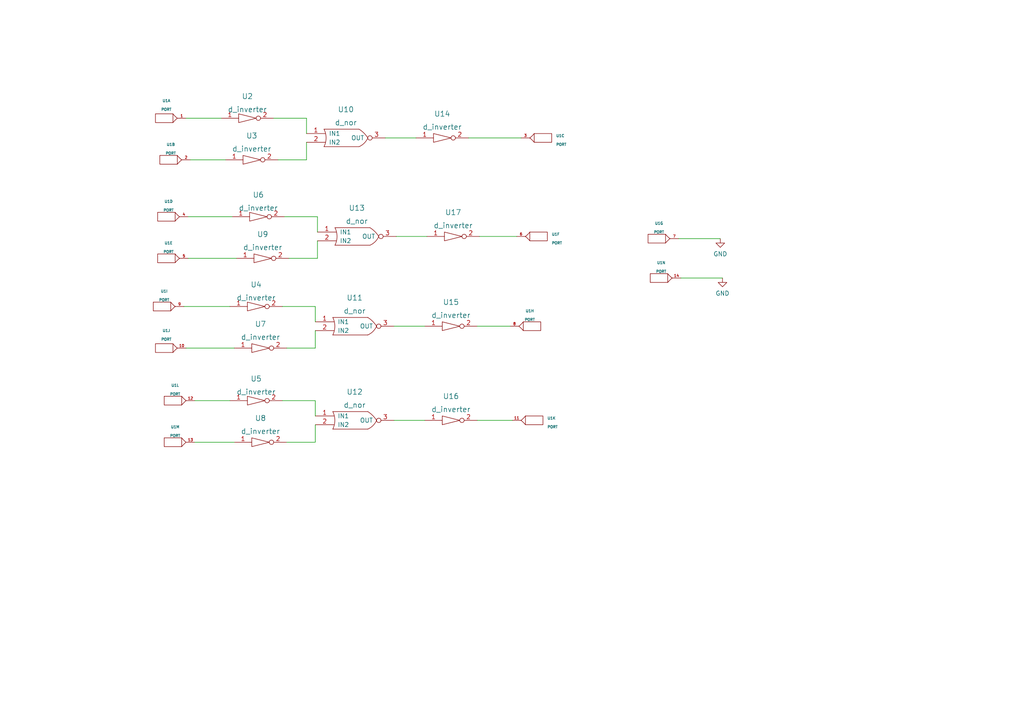
<source format=kicad_sch>
(kicad_sch (version 20211123) (generator eeschema)
  (paper "A4")
  (lib_symbols
    (symbol "eSim_Digital:d_inverter" (pin_names (offset 1.016))
      (property "Reference" "U" (at 0 -2.54 0))
      (property "Value" "d_inverter" (at 0 3.81 0))
      (symbol "d_inverter_0_1"
        (polyline (pts (xy -2.54 1.27) (xy -2.54 -1.27) (xy 2.54 0) (xy -2.54 1.27)))
      )
      (symbol "d_inverter_1_1"
        (pin input line (at -7.62 0 0) (length 5.08) (name "~") (number "1"))
        (pin output inverted (at 7.62 0 180) (length 5.08) (name "~") (number "2"))
      )
    )
    (symbol "eSim_Digital:d_nor" (pin_names (offset 1.016))
      (property "Reference" "U" (at 0 0 0))
      (property "Value" "d_nor" (at 1.27 2.54 0))
      (symbol "d_nor_0_1"
        (arc (start -6.35 -1.27) (mid -5.7504 1.27) (end -6.35 3.81))
        (polyline (pts (xy -6.35 -1.27) (xy 3.81 -1.27)))
        (polyline (pts (xy -6.35 3.81) (xy 3.81 3.81)))
        (arc (start 3.81 -1.27) (mid 5.3181 -0.2399) (end 6.35 1.27))
        (arc (start 6.35 1.27) (mid 5.2222 2.6828) (end 3.81 3.81))
      )
      (symbol "d_nor_1_1"
        (pin input line (at -11.43 2.54 0) (length 5.461) (name "IN1") (number "1"))
        (pin input line (at -11.43 0 0) (length 5.461) (name "IN2") (number "2"))
        (pin output inverted (at 11.43 1.27 180) (length 5.08) (name "OUT") (number "3"))
      )
    )
    (symbol "eSim_Miscellaneous:PORT" (pin_names (offset 1.016))
      (property "Reference" "U" (at 1.27 2.54 0))
      (property "Value" "PORT" (at 0 0 0))
      (symbol "PORT_0_1"
        (rectangle (start -2.54 1.27) (end 2.54 -1.27))
        (arc (start 2.54 1.27) (mid 3.1355 0.5955) (end 3.81 0))
        (arc (start 3.81 0) (mid 3.1447 -0.6046) (end 2.54 -1.27))
      )
      (symbol "PORT_1_1"
        (pin bidirectional line (at 6.35 0 180) (length 2.54) (name "~") (number "1"))
      )
      (symbol "PORT_2_1"
        (pin bidirectional line (at 6.35 0 180) (length 2.54) (name "~") (number "2"))
      )
      (symbol "PORT_3_1"
        (pin bidirectional line (at 6.35 0 180) (length 2.54) (name "~") (number "3"))
      )
      (symbol "PORT_4_1"
        (pin bidirectional line (at 6.35 0 180) (length 2.54) (name "~") (number "4"))
      )
      (symbol "PORT_5_1"
        (pin bidirectional line (at 6.35 0 180) (length 2.54) (name "~") (number "5"))
      )
      (symbol "PORT_6_1"
        (pin bidirectional line (at 6.35 0 180) (length 2.54) (name "~") (number "6"))
      )
      (symbol "PORT_7_1"
        (pin bidirectional line (at 6.35 0 180) (length 2.54) (name "~") (number "7"))
      )
      (symbol "PORT_8_1"
        (pin bidirectional line (at 6.35 0 180) (length 2.54) (name "~") (number "8"))
      )
      (symbol "PORT_9_1"
        (pin bidirectional line (at 6.35 0 180) (length 2.54) (name "~") (number "9"))
      )
      (symbol "PORT_10_1"
        (pin bidirectional line (at 6.35 0 180) (length 2.54) (name "~") (number "10"))
      )
      (symbol "PORT_11_1"
        (pin bidirectional line (at 6.35 0 180) (length 2.54) (name "~") (number "11"))
      )
      (symbol "PORT_12_1"
        (pin bidirectional line (at 6.35 0 180) (length 2.54) (name "~") (number "12"))
      )
      (symbol "PORT_13_1"
        (pin bidirectional line (at 6.35 0 180) (length 2.54) (name "~") (number "13"))
      )
      (symbol "PORT_14_1"
        (pin bidirectional line (at 6.35 0 180) (length 2.54) (name "~") (number "14"))
      )
      (symbol "PORT_15_1"
        (pin bidirectional line (at 6.35 0 180) (length 2.54) (name "~") (number "15"))
      )
      (symbol "PORT_16_1"
        (pin bidirectional line (at 6.35 0 180) (length 2.54) (name "~") (number "16"))
      )
      (symbol "PORT_17_1"
        (pin bidirectional line (at 6.35 0 180) (length 2.54) (name "~") (number "17"))
      )
      (symbol "PORT_18_1"
        (pin bidirectional line (at 6.35 0 180) (length 2.54) (name "~") (number "18"))
      )
      (symbol "PORT_19_1"
        (pin bidirectional line (at 6.35 0 180) (length 2.54) (name "~") (number "19"))
      )
      (symbol "PORT_20_1"
        (pin bidirectional line (at 6.35 0 180) (length 2.54) (name "~") (number "20"))
      )
      (symbol "PORT_21_1"
        (pin bidirectional line (at 6.35 0 180) (length 2.54) (name "~") (number "21"))
      )
      (symbol "PORT_22_1"
        (pin bidirectional line (at 6.35 0 180) (length 2.54) (name "~") (number "22"))
      )
      (symbol "PORT_23_1"
        (pin bidirectional line (at 6.35 0 180) (length 2.54) (name "~") (number "23"))
      )
      (symbol "PORT_24_1"
        (pin bidirectional line (at 6.35 0 180) (length 2.54) (name "~") (number "24"))
      )
      (symbol "PORT_25_1"
        (pin bidirectional line (at 6.35 0 180) (length 2.54) (name "~") (number "25"))
      )
      (symbol "PORT_26_1"
        (pin bidirectional line (at 6.35 0 180) (length 2.54) (name "~") (number "26"))
      )
    )
    (symbol "eSim_Power:eSim_GND" (power) (pin_names (offset 0))
      (property "Value" "eSim_GND" (at 0 -3.81 0))
      (symbol "eSim_GND_0_1"
        (polyline (pts (xy 0 0) (xy 0 -1.27) (xy 1.27 -1.27) (xy 0 -2.54) (xy -1.27 -1.27) (xy 0 -1.27)))
      )
      (symbol "eSim_GND_1_1"
        (pin power_in line (at 0 0 270) (length 0) hide (name "GND") (number "1"))
      )
    )
  )
  (wire (pts (xy 91.44 93.345) (xy 91.44 88.9)))
  (wire (pts (xy 53.975 34.29) (xy 64.135 34.29)))
  (wire (pts (xy 91.44 120.65) (xy 91.44 116.205)))
  (wire (pts (xy 88.9 46.355) (xy 88.9 41.275)))
  (wire (pts (xy 138.43 94.615) (xy 147.955 94.615)))
  (wire (pts (xy 83.185 100.965) (xy 91.44 100.965)))
  (wire (pts (xy 92.075 67.31) (xy 92.075 62.865)))
  (wire (pts (xy 56.515 128.27) (xy 67.945 128.27)))
  (wire (pts (xy 92.075 62.865) (xy 82.55 62.865)))
  (wire (pts (xy 55.245 46.355) (xy 65.405 46.355)))
  (wire (pts (xy 83.82 74.93) (xy 92.075 74.93)))
  (wire (pts (xy 114.3 121.92) (xy 123.19 121.92)))
  (wire (pts (xy 91.44 116.205) (xy 81.915 116.205)))
  (wire (pts (xy 111.76 40.005) (xy 120.65 40.005)))
  (wire (pts (xy 114.3 94.615) (xy 123.19 94.615)))
  (wire (pts (xy 54.61 62.865) (xy 67.31 62.865)))
  (wire (pts (xy 80.645 46.355) (xy 88.9 46.355)))
  (wire (pts (xy 54.61 74.93) (xy 68.58 74.93)))
  (wire (pts (xy 83.185 128.27) (xy 91.44 128.27)))
  (wire (pts (xy 79.375 34.29) (xy 88.9 34.29)))
  (wire (pts (xy 88.9 34.29) (xy 88.9 38.735)))
  (wire (pts (xy 66.675 88.9) (xy 53.34 88.9)))
  (wire (pts (xy 196.85 69.215) (xy 208.915 69.215)))
  (wire (pts (xy 91.44 88.9) (xy 81.915 88.9)))
  (wire (pts (xy 91.44 128.27) (xy 91.44 123.19)))
  (wire (pts (xy 135.89 40.005) (xy 151.13 40.005)))
  (wire (pts (xy 197.485 80.645) (xy 209.55 80.645)))
  (wire (pts (xy 114.935 68.58) (xy 123.825 68.58)))
  (wire (pts (xy 53.975 100.965) (xy 67.945 100.965)))
  (wire (pts (xy 138.43 121.92) (xy 148.59 121.92)))
  (wire (pts (xy 91.44 100.965) (xy 91.44 95.885)))
  (wire (pts (xy 139.065 68.58) (xy 149.86 68.58)))
  (wire (pts (xy 92.075 74.93) (xy 92.075 69.85)))
  (wire (pts (xy 56.515 116.205) (xy 66.675 116.205)))
  (symbol (lib_id "eSim_Miscellaneous:PORT") (at 154.94 121.92 0) (mirror y) (unit 11)
    (property "Reference" "U1" (at 158.75 121.285 0) (effects (font (size 0.762 0.762)) (justify right)))
    (property "Value" "PORT" (at 158.75 123.825 0) (effects (font (size 0.762 0.762)) (justify right)))
  )
  (symbol (lib_id "eSim_Digital:d_nor") (at 102.87 123.19 0) (unit 1)
    (property "Reference" "U12" (at 102.87 113.665 0) (effects (font (size 1.524 1.524))))
    (property "Value" "d_nor" (at 102.87 117.475 0) (effects (font (size 1.524 1.524))))
  )
  (symbol (lib_id "eSim_Miscellaneous:PORT") (at 50.165 116.205 0) (unit 12)
    (property "Reference" "U1" (at 50.8 111.76 0) (effects (font (size 0.762 0.762))))
    (property "Value" "PORT" (at 50.8 114.3 0) (effects (font (size 0.762 0.762))))
  )
  (symbol (lib_id "eSim_Miscellaneous:PORT") (at 50.165 128.27 0) (unit 13)
    (property "Reference" "U1" (at 50.8 123.825 0) (effects (font (size 0.762 0.762))))
    (property "Value" "PORT" (at 50.8 126.365 0) (effects (font (size 0.762 0.762))))
  )
  (symbol (lib_id "eSim_Miscellaneous:PORT") (at 156.21 68.58 0) (mirror y) (unit 6)
    (property "Reference" "U1" (at 160.02 67.945 0) (effects (font (size 0.762 0.762)) (justify right)))
    (property "Value" "PORT" (at 160.02 70.485 0) (effects (font (size 0.762 0.762)) (justify right)))
  )
  (symbol (lib_id "eSim_Digital:d_inverter") (at 75.565 128.27 0) (unit 1)
    (property "Reference" "U8" (at 75.565 121.285 0) (effects (font (size 1.524 1.524))))
    (property "Value" "d_inverter" (at 75.565 125.095 0) (effects (font (size 1.524 1.524))))
  )
  (symbol (lib_id "eSim_Digital:d_nor") (at 103.505 69.85 0) (unit 1)
    (property "Reference" "U13" (at 103.505 60.325 0) (effects (font (size 1.524 1.524))))
    (property "Value" "d_nor" (at 103.505 64.135 0) (effects (font (size 1.524 1.524))))
  )
  (symbol (lib_id "eSim_Miscellaneous:PORT") (at 48.26 74.93 0) (unit 5)
    (property "Reference" "U1" (at 48.895 70.485 0) (effects (font (size 0.762 0.762))))
    (property "Value" "PORT" (at 48.895 73.025 0) (effects (font (size 0.762 0.762))))
  )
  (symbol (lib_id "eSim_Miscellaneous:PORT") (at 191.135 80.645 0) (unit 14)
    (property "Reference" "U1" (at 191.77 76.2 0) (effects (font (size 0.762 0.762))))
    (property "Value" "PORT" (at 191.77 78.74 0) (effects (font (size 0.762 0.762))))
  )
  (symbol (lib_id "eSim_Miscellaneous:PORT") (at 154.305 94.615 0) (mirror y) (unit 8)
    (property "Reference" "U1" (at 153.67 90.17 0) (effects (font (size 0.762 0.762))))
    (property "Value" "PORT" (at 153.67 92.71 0) (effects (font (size 0.762 0.762))))
  )
  (symbol (lib_id "eSim_Miscellaneous:PORT") (at 190.5 69.215 0) (unit 7)
    (property "Reference" "U1" (at 191.135 64.77 0) (effects (font (size 0.762 0.762))))
    (property "Value" "PORT" (at 191.135 67.31 0) (effects (font (size 0.762 0.762))))
  )
  (symbol (lib_id "eSim_Digital:d_inverter") (at 71.755 34.29 0) (unit 1)
    (property "Reference" "U2" (at 71.755 27.94 0) (effects (font (size 1.524 1.524))))
    (property "Value" "d_inverter" (at 71.755 31.75 0) (effects (font (size 1.524 1.524))))
  )
  (symbol (lib_id "eSim_Digital:d_inverter") (at 74.295 88.9 0) (unit 1)
    (property "Reference" "U4" (at 74.295 82.55 0) (effects (font (size 1.524 1.524))))
    (property "Value" "d_inverter" (at 74.295 86.36 0) (effects (font (size 1.524 1.524))))
  )
  (symbol (lib_id "eSim_Digital:d_inverter") (at 75.565 100.965 0) (unit 1)
    (property "Reference" "U7" (at 75.565 93.98 0) (effects (font (size 1.524 1.524))))
    (property "Value" "d_inverter" (at 75.565 97.79 0) (effects (font (size 1.524 1.524))))
  )
  (symbol (lib_id "eSim_Digital:d_inverter") (at 131.445 68.58 0) (unit 1)
    (property "Reference" "U17" (at 131.445 61.595 0) (effects (font (size 1.524 1.524))))
    (property "Value" "d_inverter" (at 131.445 65.405 0) (effects (font (size 1.524 1.524))))
  )
  (symbol (lib_id "eSim_Miscellaneous:PORT") (at 47.625 34.29 0) (unit 1)
    (property "Reference" "U1" (at 48.26 29.21 0) (effects (font (size 0.762 0.762))))
    (property "Value" "PORT" (at 48.26 31.75 0) (effects (font (size 0.762 0.762))))
  )
  (symbol (lib_id "eSim_Power:eSim_GND") (at 208.915 69.215 0) (unit 1)
    (property "Reference" "#PWR01" (effects hide))
    (property "Value" "eSim_GND" (at 208.915 73.66 0))
  )
  (symbol (lib_id "eSim_Digital:d_nor") (at 100.33 41.275 0) (unit 1)
    (property "Reference" "U10" (at 100.33 31.75 0) (effects (font (size 1.524 1.524))))
    (property "Value" "d_nor" (at 100.33 35.56 0) (effects (font (size 1.524 1.524))))
  )
  (symbol (lib_id "eSim_Digital:d_inverter") (at 74.295 116.205 0) (unit 1)
    (property "Reference" "U5" (at 74.295 109.855 0) (effects (font (size 1.524 1.524))))
    (property "Value" "d_inverter" (at 74.295 113.665 0) (effects (font (size 1.524 1.524))))
  )
  (symbol (lib_id "eSim_Digital:d_inverter") (at 130.81 121.92 0) (unit 1)
    (property "Reference" "U16" (at 130.81 114.935 0) (effects (font (size 1.524 1.524))))
    (property "Value" "d_inverter" (at 130.81 118.745 0) (effects (font (size 1.524 1.524))))
  )
  (symbol (lib_id "eSim_Digital:d_inverter") (at 130.81 94.615 0) (unit 1)
    (property "Reference" "U15" (at 130.81 87.63 0) (effects (font (size 1.524 1.524))))
    (property "Value" "d_inverter" (at 130.81 91.44 0) (effects (font (size 1.524 1.524))))
  )
  (symbol (lib_id "eSim_Miscellaneous:PORT") (at 47.625 100.965 0) (unit 10)
    (property "Reference" "U1" (at 48.26 95.885 0) (effects (font (size 0.762 0.762))))
    (property "Value" "PORT" (at 48.26 98.425 0) (effects (font (size 0.762 0.762))))
  )
  (symbol (lib_id "eSim_Power:eSim_GND") (at 209.55 80.645 0) (unit 1)
    (property "Reference" "#PWR02" (effects hide))
    (property "Value" "eSim_GND" (at 209.55 85.09 0))
  )
  (symbol (lib_id "eSim_Miscellaneous:PORT") (at 46.99 88.9 0) (unit 9)
    (property "Reference" "U1" (at 47.625 84.455 0) (effects (font (size 0.762 0.762))))
    (property "Value" "PORT" (at 47.625 86.995 0) (effects (font (size 0.762 0.762))))
  )
  (symbol (lib_id "eSim_Digital:d_inverter") (at 128.27 40.005 0) (unit 1)
    (property "Reference" "U14" (at 128.27 33.02 0) (effects (font (size 1.524 1.524))))
    (property "Value" "d_inverter" (at 128.27 36.83 0) (effects (font (size 1.524 1.524))))
  )
  (symbol (lib_id "eSim_Digital:d_inverter") (at 74.93 62.865 0) (unit 1)
    (property "Reference" "U6" (at 74.93 56.515 0) (effects (font (size 1.524 1.524))))
    (property "Value" "d_inverter" (at 74.93 60.325 0) (effects (font (size 1.524 1.524))))
  )
  (symbol (lib_id "eSim_Digital:d_nor") (at 102.87 95.885 0) (unit 1)
    (property "Reference" "U11" (at 102.87 86.36 0) (effects (font (size 1.524 1.524))))
    (property "Value" "d_nor" (at 102.87 90.17 0) (effects (font (size 1.524 1.524))))
  )
  (symbol (lib_id "eSim_Digital:d_inverter") (at 76.2 74.93 0) (unit 1)
    (property "Reference" "U9" (at 76.2 67.945 0) (effects (font (size 1.524 1.524))))
    (property "Value" "d_inverter" (at 76.2 71.755 0) (effects (font (size 1.524 1.524))))
  )
  (symbol (lib_id "eSim_Miscellaneous:PORT") (at 48.26 62.865 0) (unit 4)
    (property "Reference" "U1" (at 48.895 58.42 0) (effects (font (size 0.762 0.762))))
    (property "Value" "PORT" (at 48.895 60.96 0) (effects (font (size 0.762 0.762))))
  )
  (symbol (lib_id "eSim_Digital:d_inverter") (at 73.025 46.355 0) (unit 1)
    (property "Reference" "U3" (at 73.025 39.37 0) (effects (font (size 1.524 1.524))))
    (property "Value" "d_inverter" (at 73.025 43.18 0) (effects (font (size 1.524 1.524))))
  )
  (symbol (lib_id "eSim_Miscellaneous:PORT") (at 157.48 40.005 0) (mirror y) (unit 3)
    (property "Reference" "U1" (at 161.29 39.37 0) (effects (font (size 0.762 0.762)) (justify right)))
    (property "Value" "PORT" (at 161.29 41.91 0) (effects (font (size 0.762 0.762)) (justify right)))
  )
  (symbol (lib_id "eSim_Miscellaneous:PORT") (at 48.895 46.355 0) (unit 2)
    (property "Reference" "U1" (at 49.53 41.91 0) (effects (font (size 0.762 0.762))))
    (property "Value" "PORT" (at 49.53 44.45 0) (effects (font (size 0.762 0.762))))
  )
)
</source>
